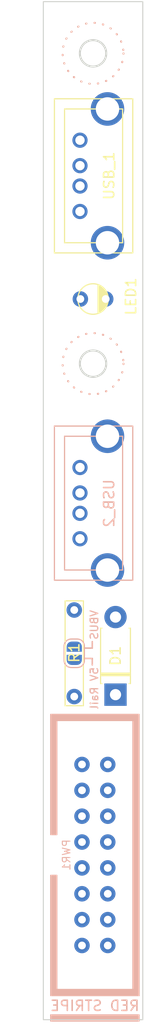
<source format=kicad_pcb>
(kicad_pcb (version 20221018) (generator pcbnew)
  (layers (0 "F.Cu" signal) (31 "B.Cu" signal) (34 "B.Paste" user) (35 "F.Paste" user) (36 "B.SilkS" user "B.Silkscreen") (37 "F.SilkS" user "F.Silkscreen") (38 "B.Mask" user) (39 "F.Mask" user) (44 "Edge.Cuts" user))
  (net 0 "")
  (net 1 "Net-(D1-K)")
  (net 2 "/+5V_EURO")
  (net 3 "/VBUS")
  (net 4 "/USB_DP")
  (net 5 "Earth")
  (net 6 "/USB_DN")
  (net 17 "Net-(LED1-A)")
  (footprint "Eurorack:Schottky Diode" (layer "F.Cu") (at 7.112 68.072 90)
    (fp_text reference "D1" (at 3.81 0 90) (layer "F.SilkS"))
    (fp_text value "1N4001")
    (fp_line (start 1.09 -1.47) (end 6.53 -1.47) (stroke (width 0.12)) (layer "F.SilkS"))
    (fp_line (start 1.09 -1.34) (end 1.09 -1.47) (stroke (width 0.12)) (layer "F.SilkS"))
    (fp_line (start 1.09 1.34) (end 1.09 1.47) (stroke (width 0.12)) (layer "F.SilkS"))
    (fp_line (start 1.09 1.47) (end 6.53 1.47) (stroke (width 0.12)) (layer "F.SilkS"))
    (fp_line (start 1.87 -1.47) (end 1.87 1.47) (stroke (width 0.12)) (layer "F.SilkS"))
    (fp_line (start 1.99 -1.47) (end 1.99 1.47) (stroke (width 0.12)) (layer "F.SilkS"))
    (fp_line (start 2.11 -1.47) (end 2.11 1.47) (stroke (width 0.12)) (layer "F.SilkS"))
    (fp_line (start 6.53 -1.47) (end 6.53 -1.34) (stroke (width 0.12)) (layer "F.SilkS"))
    (fp_line (start 6.53 1.47) (end 6.53 1.34) (stroke (width 0.12)) (layer "F.SilkS"))
    (pad "1" thru_hole rect (at 0 0 90) (size 2.2 2.2) (drill 1.1) (layers "*.Cu" "*.Mask") (net 1 "Net-(D1-K)"))
    (pad "2" thru_hole oval (at 7.62 0 90) (size 2.2 2.2) (drill 1.1) (layers "*.Cu" "*.Mask") (net 2 "/+5V_EURO"))
  )
  (footprint "Eurorack:CN22155 USB 2.0 Female Connector" (layer "F.Cu") (at 6.323 23.682 90)
    (fp_text reference "USB_1" (at 6.57 0.154 90 unlocked) (layer "F.SilkS"))
    (fp_text value "USB_A")
    (fp_rect (start -1 -5.23) (end 14.14 2.49) (stroke (width 0.12)) (fill none) (layer "F.SilkS"))
    (fp_rect (start 0 -4.23) (end 13.14 1.49) (stroke (width 0.12)) (fill none) (layer "F.SilkS"))
    (pad "1" thru_hole circle (at 3.07 -2.71 90) (size 1.5 1.5) (drill 0.92) (layers "*.Cu" "*.Mask") (net 3 "/VBUS"))
    (pad "2" thru_hole circle (at 5.57 -2.71 90) (size 1.5 1.5) (drill 0.92) (layers "*.Cu" "*.Mask") (net 6 "/USB_DN"))
    (pad "3" thru_hole circle (at 7.57 -2.71 90) (size 1.5 1.5) (drill 0.92) (layers "*.Cu" "*.Mask") (net 4 "/USB_DP"))
    (pad "4" thru_hole circle (at 10.07 -2.71 90) (size 1.5 1.5) (drill 0.92) (layers "*.Cu" "*.Mask") (net 5 "Earth"))
    (pad "5" thru_hole circle (at 0 0 90) (size 3.3 3.3) (drill 2.3) (layers "*.Cu" "*.Mask"))
    (pad "5" thru_hole circle (at 13.14 0 90) (size 3.3 3.3) (drill 2.3) (layers "*.Cu" "*.Mask"))
  )
  (footprint "Eurorack:Resistor 0.25W Through-Hole" (layer "F.Cu") (at 3.048 64.008 90)
    (fp_text reference "R1" (at 0.05 0 90 unlocked) (layer "F.SilkS"))
    (fp_text value "4K7")
    (fp_rect (start -5.15 -0.9) (end 5.15 0.9) (stroke (width 0.12)) (fill none) (layer "F.SilkS"))
    (pad "1" thru_hole circle (at -4.25 0 90) (size 1.524 1.524) (drill 0.762) (layers "*.Cu" "*.Mask") (net 3 "/VBUS"))
    (pad "2" thru_hole circle (at 4.25 0 90) (size 1.524 1.524) (drill 0.762) (layers "*.Cu" "*.Mask") (net 17 "Net-(LED1-A)"))
  )
  (footprint "Eurorack:LED 3mm" (layer "F.Cu") (at 4.9 29.21)
    (fp_text reference "LED1" (at 3.736 -0.254 90 unlocked) (layer "F.SilkS"))
    (fp_text value "LED")
    (fp_circle (center 0 0) (end 0 -1.5) (stroke (width 0.12)) (fill none) (layer "F.SilkS"))
    (fp_poly (pts (xy 1.4 0.2) (xy 1.3 0.7) (xy 0.9 1.1) (xy 0.5 1.4) (xy 0.5 -1.4) (xy 0.8 -1.2) (xy 1.1 -0.9) (xy 1.4 -0.4)) (stroke (width 0.12)) (fill solid) (layer "F.SilkS"))
    (pad "1" thru_hole circle (at -1.25 0) (size 1.524 1.524) (drill 0.762) (layers "*.Cu" "*.Mask") (net 5 "Earth"))
    (pad "2" thru_hole circle (at 1.25 0) (size 1.524 1.524) (drill 0.762) (layers "*.Cu" "*.Mask") (net 17 "Net-(LED1-A)"))
  )
  (footprint "Eurorack:Eurorack Power Header 16 Pin" (layer "B.Cu") (at 5.08 83.82 -90)
    (fp_text reference "PWR1" (at 0 2.8 90 unlocked) (layer "B.SilkS") (effects (font (size 0.75 0.75) (thickness 0.1)) (justify mirror)))
    (fp_text value "Conn_02x08_Odd_Even")
    (fp_text user "RED STRIPE" (at 14.81 0 unlocked) (layer "B.SilkS") (effects (justify mirror)))
    (fp_rect (start 15.71 4.35) (end 16.31 -4.35) (stroke (width 0.12)) (fill solid) (layer "B.SilkS"))
    (fp_poly (pts (xy -13.81 -4.35) (xy 13.81 -4.35) (xy 13.81 4.35) (xy 2 4.35) (xy 2 3.75) (xy 13.21 3.75) (xy 13.21 -3.75) (xy -13.21 -3.75) (xy -13.21 3.75) (xy -2 3.75) (xy -2 4.35) (xy -13.81 4.35)) (stroke (width 0.12)) (fill solid) (layer "B.SilkS"))
    (pad "1" thru_hole circle (at 8.89 1.27 270) (size 1.524 1.524) (drill 0.762) (layers "*.Cu" "*.Mask"))
    (pad "2" thru_hole circle (at 8.89 -1.27 270) (size 1.524 1.524) (drill 0.762) (layers "*.Cu" "*.Mask"))
    (pad "3" thru_hole circle (at 6.35 1.27 270) (size 1.524 1.524) (drill 0.762) (layers "*.Cu" "*.Mask") (net 5 "Earth"))
    (pad "4" thru_hole circle (at 6.35 -1.27 270) (size 1.524 1.524) (drill 0.762) (layers "*.Cu" "*.Mask") (net 5 "Earth"))
    (pad "5" thru_hole circle (at 3.81 1.27 270) (size 1.524 1.524) (drill 0.762) (layers "*.Cu" "*.Mask") (net 5 "Earth"))
    (pad "6" thru_hole circle (at 3.81 -1.27 270) (size 1.524 1.524) (drill 0.762) (layers "*.Cu" "*.Mask") (net 5 "Earth"))
    (pad "7" thru_hole circle (at 1.27 1.27 270) (size 1.524 1.524) (drill 0.762) (layers "*.Cu" "*.Mask") (net 5 "Earth"))
    (pad "8" thru_hole circle (at 1.27 -1.27 270) (size 1.524 1.524) (drill 0.762) (layers "*.Cu" "*.Mask") (net 5 "Earth"))
    (pad "9" thru_hole circle (at -1.27 1.27 270) (size 1.524 1.524) (drill 0.762) (layers "*.Cu" "*.Mask"))
    (pad "10" thru_hole circle (at -1.27 -1.27 270) (size 1.524 1.524) (drill 0.762) (layers "*.Cu" "*.Mask"))
    (pad "11" thru_hole circle (at -3.81 1.27 270) (size 1.524 1.524) (drill 0.762) (layers "*.Cu" "*.Mask") (net 2 "/+5V_EURO"))
    (pad "12" thru_hole circle (at -3.81 -1.27 270) (size 1.524 1.524) (drill 0.762) (layers "*.Cu" "*.Mask") (net 2 "/+5V_EURO"))
    (pad "13" thru_hole circle (at -6.35 1.27 270) (size 1.524 1.524) (drill 0.762) (layers "*.Cu" "*.Mask"))
    (pad "14" thru_hole circle (at -6.35 -1.27 270) (size 1.524 1.524) (drill 0.762) (layers "*.Cu" "*.Mask"))
    (pad "15" thru_hole circle (at -8.89 1.27 270) (size 1.524 1.524) (drill 0.762) (layers "*.Cu" "*.Mask"))
    (pad "16" thru_hole circle (at -8.89 -1.27 270) (size 1.524 1.524) (drill 0.762) (layers "*.Cu" "*.Mask"))
  )
  (footprint "Jumper:SolderJumper-2_P1.3mm_Open_RoundedPad1.0x1.5mm" (layer "B.Cu") (at 3.048 64.008 90)
    (fp_text reference "JP1" hide)
    (fp_text value "SolderJumper_2_Open")
    (fp_line (start -1.4 -0.3) (end -1.4 0.3) (stroke (width 0.12)) (layer "B.SilkS"))
    (fp_line (start -0.7 1) (end 0.7 1) (stroke (width 0.12)) (layer "B.SilkS"))
    (fp_line (start 0.7 -1) (end -0.7 -1) (stroke (width 0.12)) (layer "B.SilkS"))
    (fp_line (start 1.4 0.3) (end 1.4 -0.3) (stroke (width 0.12)) (layer "B.SilkS"))
    (fp_arc (start -1.4 -0.3) (mid -1.194975 -0.794975) (end -0.7 -1) (stroke (width 0.12)) (layer "B.SilkS"))
    (fp_arc (start -0.7 1) (mid -1.194975 0.794975) (end -1.4 0.3) (stroke (width 0.12)) (layer "B.SilkS"))
    (fp_arc (start 0.7 -1) (mid 1.194975 -0.794975) (end 1.4 -0.3) (stroke (width 0.12)) (layer "B.SilkS"))
    (fp_arc (start 1.4 0.3) (mid 1.194975 0.794975) (end 0.7 1) (stroke (width 0.12)) (layer "B.SilkS"))
    (pad "1" smd custom (at -0.65 0 90) (size 1 0.5) (layers "B.Cu" "B.Mask") (net 1 "Net-(D1-K)") (options (clearance outline) (anchor rect)) (primitives (gr_circle (center 0 -0.25) (end 0.5 -0.25) (width 0) (fill yes)) (gr_circle (center 0 0.25) (end 0.5 0.25) (width 0) (fill yes)) (gr_poly (pts (xy 0.5 -0.75) (xy 0 -0.75) (xy 0 0.75) (xy 0.5 0.75)) (width 0) (fill yes))))
    (pad "2" smd custom (at 0.65 0 90) (size 1 0.5) (layers "B.Cu" "B.Mask") (net 3 "/VBUS") (options (clearance outline) (anchor rect)) (primitives (gr_circle (center 0 -0.25) (end 0.5 -0.25) (width 0) (fill yes)) (gr_circle (center 0 0.25) (end 0.5 0.25) (width 0) (fill yes)) (gr_poly (pts (xy 0 -0.75) (xy -0.5 -0.75) (xy -0.5 0.75) (xy 0 0.75)) (width 0) (fill yes))))
  )
  (footprint "Eurorack:CN22155 USB 2.0 Female Connector" (layer "B.Cu") (at 6.323 42.69 -90)
    (fp_text reference "USB_2" (at 6.586 -0.154 90 unlocked) (layer "B.SilkS") (effects (justify mirror)))
    (fp_text value "USB_A")
    (fp_rect (start -1 5.23) (end 14.14 -2.49) (stroke (width 0.12)) (fill none) (layer "B.SilkS"))
    (fp_rect (start 0 4.23) (end 13.14 -1.49) (stroke (width 0.12)) (fill none) (layer "B.SilkS"))
    (pad "1" thru_hole circle (at 3.07 2.71 270) (size 1.5 1.5) (drill 0.92) (layers "*.Cu" "*.Mask") (net 3 "/VBUS"))
    (pad "2" thru_hole circle (at 5.57 2.71 270) (size 1.5 1.5) (drill 0.92) (layers "*.Cu" "*.Mask") (net 6 "/USB_DN"))
    (pad "3" thru_hole circle (at 7.57 2.71 270) (size 1.5 1.5) (drill 0.92) (layers "*.Cu" "*.Mask") (net 4 "/USB_DP"))
    (pad "4" thru_hole circle (at 10.07 2.71 270) (size 1.5 1.5) (drill 0.92) (layers "*.Cu" "*.Mask") (net 5 "Earth"))
    (pad "5" thru_hole circle (at 0 0 270) (size 3.3 3.3) (drill 2.3) (layers "*.Cu" "*.Mask"))
    (pad "5" thru_hole circle (at 13.14 0 270) (size 3.3 3.3) (drill 2.3) (layers "*.Cu" "*.Mask"))
  )
  (gr_line (start 4.826 64.516) (end 4.826 65.151) (stroke (width 0.15)) (layer "B.SilkS"))
  (gr_line (start 4.064 63.5) (end 4.826 63.5) (stroke (width 0.15)) (layer "B.SilkS"))
  (gr_circle (center 4.9 35.56) (end 7.9 35.56) (stroke (width 0.2) (type dot)) (fill none) (layer "B.SilkS"))
  (gr_circle (center 4.9 5.08) (end 7.9 5.08) (stroke (width 0.2) (type dot)) (fill none) (layer "B.SilkS"))
  (gr_line (start 4.826 63.5) (end 4.826 62.865) (stroke (width 0.15)) (layer "B.SilkS"))
  (gr_line (start 4.064 64.516) (end 4.826 64.516) (stroke (width 0.15)) (layer "B.SilkS"))
  (gr_circle (center 4.9 35.56) (end 6.2 35.56) (stroke (width 0.2)) (fill none) (layer "Edge.Cuts"))
  (gr_rect (start 0 0) (end 9.8 100) (stroke (width 0.1)) (fill none) (layer "Edge.Cuts"))
  (gr_circle (center 4.9 5.08) (end 6.2 5.08) (stroke (width 0.2)) (fill none) (layer "Edge.Cuts"))
  (gr_text "VBUS" (at 5.461 61.214 90) (layer "B.SilkS") (effects (font (size 0.75 0.75) (thickness 0.125)) (justify bottom mirror)))
  (gr_text "5V Rail" (at 5.461 67.437 90) (layer "B.SilkS") (effects (font (size 0.75 0.75) (thickness 0.125)) (justify bottom mirror)))
)
</source>
